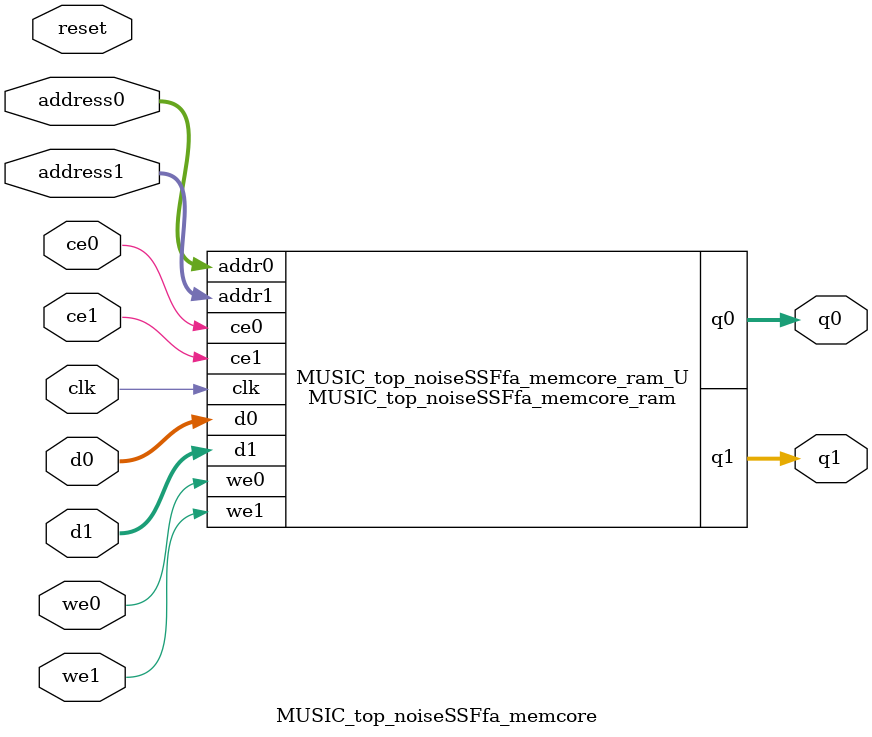
<source format=v>
`timescale 1 ns / 1 ps
module MUSIC_top_noiseSSFfa_memcore_ram (addr0, ce0, d0, we0, q0, addr1, ce1, d1, we1, q1,  clk);

parameter DWIDTH = 32;
parameter AWIDTH = 8;
parameter MEM_SIZE = 196;

input[AWIDTH-1:0] addr0;
input ce0;
input[DWIDTH-1:0] d0;
input we0;
output reg[DWIDTH-1:0] q0;
input[AWIDTH-1:0] addr1;
input ce1;
input[DWIDTH-1:0] d1;
input we1;
output reg[DWIDTH-1:0] q1;
input clk;

(* ram_style = "block" *)reg [DWIDTH-1:0] ram[0:MEM_SIZE-1];




always @(posedge clk)  
begin 
    if (ce0) 
    begin
        if (we0) 
        begin 
            ram[addr0] <= d0; 
        end 
        q0 <= ram[addr0];
    end
end


always @(posedge clk)  
begin 
    if (ce1) 
    begin
        if (we1) 
        begin 
            ram[addr1] <= d1; 
        end 
        q1 <= ram[addr1];
    end
end


endmodule

`timescale 1 ns / 1 ps
module MUSIC_top_noiseSSFfa_memcore(
    reset,
    clk,
    address0,
    ce0,
    we0,
    d0,
    q0,
    address1,
    ce1,
    we1,
    d1,
    q1);

parameter DataWidth = 32'd32;
parameter AddressRange = 32'd196;
parameter AddressWidth = 32'd8;
input reset;
input clk;
input[AddressWidth - 1:0] address0;
input ce0;
input we0;
input[DataWidth - 1:0] d0;
output[DataWidth - 1:0] q0;
input[AddressWidth - 1:0] address1;
input ce1;
input we1;
input[DataWidth - 1:0] d1;
output[DataWidth - 1:0] q1;



MUSIC_top_noiseSSFfa_memcore_ram MUSIC_top_noiseSSFfa_memcore_ram_U(
    .clk( clk ),
    .addr0( address0 ),
    .ce0( ce0 ),
    .we0( we0 ),
    .d0( d0 ),
    .q0( q0 ),
    .addr1( address1 ),
    .ce1( ce1 ),
    .we1( we1 ),
    .d1( d1 ),
    .q1( q1 ));

endmodule


</source>
